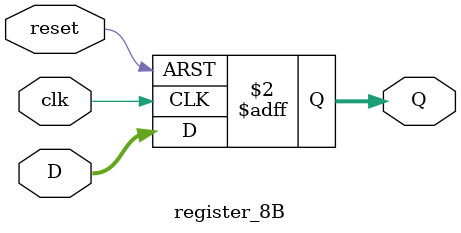
<source format=v>
 
module register_8B (
    input wire [7:0] D,    
    input wire clk,       
    input wire reset,      
    output reg [7:0] Q    
);

    // On the rising edge of the clock or reset signal
    always @(posedge clk or posedge reset) begin
        if (reset)
            Q <= 8'b0;   
        else
            Q <= D;     
    end

endmodule

</source>
